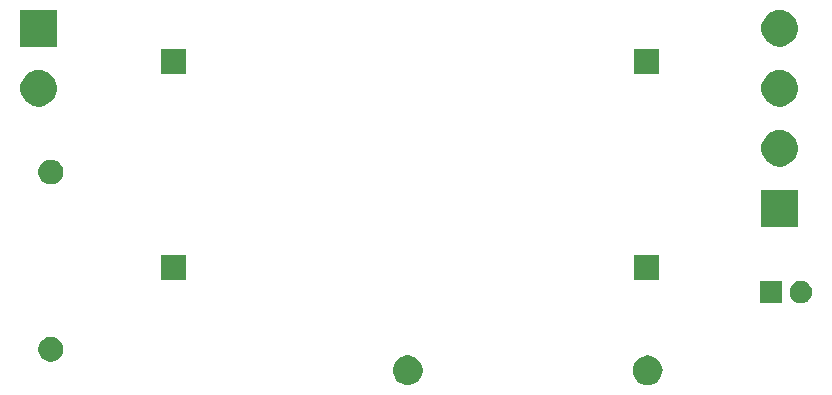
<source format=gbr>
G04 #@! TF.GenerationSoftware,KiCad,Pcbnew,(5.1.2)-2*
G04 #@! TF.CreationDate,2020-09-10T12:30:11+07:00*
G04 #@! TF.ProjectId,power,706f7765-722e-46b6-9963-61645f706362,rev?*
G04 #@! TF.SameCoordinates,Original*
G04 #@! TF.FileFunction,Soldermask,Bot*
G04 #@! TF.FilePolarity,Negative*
%FSLAX46Y46*%
G04 Gerber Fmt 4.6, Leading zero omitted, Abs format (unit mm)*
G04 Created by KiCad (PCBNEW (5.1.2)-2) date 2020-09-10 12:30:11*
%MOMM*%
%LPD*%
G04 APERTURE LIST*
%ADD10C,0.100000*%
G04 APERTURE END LIST*
D10*
G36*
X128126903Y-80331075D02*
G01*
X128227236Y-80372634D01*
X128354571Y-80425378D01*
X128559466Y-80562285D01*
X128733715Y-80736534D01*
X128870622Y-80941429D01*
X128964925Y-81169097D01*
X129013000Y-81410787D01*
X129013000Y-81657213D01*
X128964925Y-81898903D01*
X128870622Y-82126571D01*
X128733715Y-82331466D01*
X128559466Y-82505715D01*
X128354571Y-82642622D01*
X128354570Y-82642623D01*
X128354569Y-82642623D01*
X128126903Y-82736925D01*
X127885214Y-82785000D01*
X127638786Y-82785000D01*
X127397097Y-82736925D01*
X127169431Y-82642623D01*
X127169430Y-82642623D01*
X127169429Y-82642622D01*
X126964534Y-82505715D01*
X126790285Y-82331466D01*
X126653378Y-82126571D01*
X126559075Y-81898903D01*
X126511000Y-81657213D01*
X126511000Y-81410787D01*
X126559075Y-81169097D01*
X126653378Y-80941429D01*
X126790285Y-80736534D01*
X126964534Y-80562285D01*
X127169429Y-80425378D01*
X127296765Y-80372634D01*
X127397097Y-80331075D01*
X127638786Y-80283000D01*
X127885214Y-80283000D01*
X128126903Y-80331075D01*
X128126903Y-80331075D01*
G37*
G36*
X148327239Y-80301101D02*
G01*
X148563053Y-80372634D01*
X148780381Y-80488799D01*
X148970871Y-80645129D01*
X149127201Y-80835619D01*
X149243366Y-81052947D01*
X149314899Y-81288761D01*
X149339053Y-81534000D01*
X149314899Y-81779239D01*
X149243366Y-82015053D01*
X149127201Y-82232381D01*
X148970871Y-82422871D01*
X148780381Y-82579201D01*
X148563053Y-82695366D01*
X148327239Y-82766899D01*
X148143457Y-82785000D01*
X148020543Y-82785000D01*
X147836761Y-82766899D01*
X147600947Y-82695366D01*
X147383619Y-82579201D01*
X147193129Y-82422871D01*
X147036799Y-82232381D01*
X146920634Y-82015053D01*
X146849101Y-81779239D01*
X146824947Y-81534000D01*
X146849101Y-81288761D01*
X146920634Y-81052947D01*
X147036799Y-80835619D01*
X147193129Y-80645129D01*
X147383619Y-80488799D01*
X147600947Y-80372634D01*
X147836761Y-80301101D01*
X148020543Y-80283000D01*
X148143457Y-80283000D01*
X148327239Y-80301101D01*
X148327239Y-80301101D01*
G37*
G36*
X97842564Y-78745389D02*
G01*
X98033833Y-78824615D01*
X98033835Y-78824616D01*
X98205973Y-78939635D01*
X98352365Y-79086027D01*
X98467385Y-79258167D01*
X98546611Y-79449436D01*
X98587000Y-79652484D01*
X98587000Y-79859516D01*
X98546611Y-80062564D01*
X98467385Y-80253833D01*
X98467384Y-80253835D01*
X98352365Y-80425973D01*
X98205973Y-80572365D01*
X98033835Y-80687384D01*
X98033834Y-80687385D01*
X98033833Y-80687385D01*
X97842564Y-80766611D01*
X97639516Y-80807000D01*
X97432484Y-80807000D01*
X97229436Y-80766611D01*
X97038167Y-80687385D01*
X97038166Y-80687385D01*
X97038165Y-80687384D01*
X96866027Y-80572365D01*
X96719635Y-80425973D01*
X96604616Y-80253835D01*
X96604615Y-80253833D01*
X96525389Y-80062564D01*
X96485000Y-79859516D01*
X96485000Y-79652484D01*
X96525389Y-79449436D01*
X96604615Y-79258167D01*
X96719635Y-79086027D01*
X96866027Y-78939635D01*
X97038165Y-78824616D01*
X97038167Y-78824615D01*
X97229436Y-78745389D01*
X97432484Y-78705000D01*
X97639516Y-78705000D01*
X97842564Y-78745389D01*
X97842564Y-78745389D01*
G37*
G36*
X161313395Y-74015546D02*
G01*
X161486466Y-74087234D01*
X161486467Y-74087235D01*
X161642227Y-74191310D01*
X161774690Y-74323773D01*
X161774691Y-74323775D01*
X161878766Y-74479534D01*
X161950454Y-74652605D01*
X161987000Y-74836333D01*
X161987000Y-75023667D01*
X161950454Y-75207395D01*
X161878766Y-75380466D01*
X161878765Y-75380467D01*
X161774690Y-75536227D01*
X161642227Y-75668690D01*
X161563818Y-75721081D01*
X161486466Y-75772766D01*
X161313395Y-75844454D01*
X161129667Y-75881000D01*
X160942333Y-75881000D01*
X160758605Y-75844454D01*
X160585534Y-75772766D01*
X160508182Y-75721081D01*
X160429773Y-75668690D01*
X160297310Y-75536227D01*
X160193235Y-75380467D01*
X160193234Y-75380466D01*
X160121546Y-75207395D01*
X160085000Y-75023667D01*
X160085000Y-74836333D01*
X160121546Y-74652605D01*
X160193234Y-74479534D01*
X160297309Y-74323775D01*
X160297310Y-74323773D01*
X160429773Y-74191310D01*
X160585533Y-74087235D01*
X160585534Y-74087234D01*
X160758605Y-74015546D01*
X160942333Y-73979000D01*
X161129667Y-73979000D01*
X161313395Y-74015546D01*
X161313395Y-74015546D01*
G37*
G36*
X159447000Y-75881000D02*
G01*
X157545000Y-75881000D01*
X157545000Y-73979000D01*
X159447000Y-73979000D01*
X159447000Y-75881000D01*
X159447000Y-75881000D01*
G37*
G36*
X149001000Y-73923000D02*
G01*
X146899000Y-73923000D01*
X146899000Y-71821000D01*
X149001000Y-71821000D01*
X149001000Y-73923000D01*
X149001000Y-73923000D01*
G37*
G36*
X109001000Y-73923000D02*
G01*
X106899000Y-73923000D01*
X106899000Y-71821000D01*
X109001000Y-71821000D01*
X109001000Y-73923000D01*
X109001000Y-73923000D01*
G37*
G36*
X160809000Y-69369000D02*
G01*
X157707000Y-69369000D01*
X157707000Y-66267000D01*
X160809000Y-66267000D01*
X160809000Y-69369000D01*
X160809000Y-69369000D01*
G37*
G36*
X97842564Y-63745389D02*
G01*
X98033833Y-63824615D01*
X98033835Y-63824616D01*
X98205973Y-63939635D01*
X98352365Y-64086027D01*
X98467385Y-64258167D01*
X98546611Y-64449436D01*
X98587000Y-64652484D01*
X98587000Y-64859516D01*
X98546611Y-65062564D01*
X98467385Y-65253833D01*
X98467384Y-65253835D01*
X98352365Y-65425973D01*
X98205973Y-65572365D01*
X98033835Y-65687384D01*
X98033834Y-65687385D01*
X98033833Y-65687385D01*
X97842564Y-65766611D01*
X97639516Y-65807000D01*
X97432484Y-65807000D01*
X97229436Y-65766611D01*
X97038167Y-65687385D01*
X97038166Y-65687385D01*
X97038165Y-65687384D01*
X96866027Y-65572365D01*
X96719635Y-65425973D01*
X96604616Y-65253835D01*
X96604615Y-65253833D01*
X96525389Y-65062564D01*
X96485000Y-64859516D01*
X96485000Y-64652484D01*
X96525389Y-64449436D01*
X96604615Y-64258167D01*
X96719635Y-64086027D01*
X96866027Y-63939635D01*
X97038165Y-63824616D01*
X97038167Y-63824615D01*
X97229436Y-63745389D01*
X97432484Y-63705000D01*
X97639516Y-63705000D01*
X97842564Y-63745389D01*
X97842564Y-63745389D01*
G37*
G36*
X159560585Y-61216802D02*
G01*
X159710410Y-61246604D01*
X159992674Y-61363521D01*
X160246705Y-61533259D01*
X160462741Y-61749295D01*
X160632479Y-62003326D01*
X160749396Y-62285590D01*
X160809000Y-62585240D01*
X160809000Y-62890760D01*
X160749396Y-63190410D01*
X160632479Y-63472674D01*
X160462741Y-63726705D01*
X160246705Y-63942741D01*
X159992674Y-64112479D01*
X159710410Y-64229396D01*
X159565778Y-64258165D01*
X159410761Y-64289000D01*
X159105239Y-64289000D01*
X158950222Y-64258165D01*
X158805590Y-64229396D01*
X158523326Y-64112479D01*
X158269295Y-63942741D01*
X158053259Y-63726705D01*
X157883521Y-63472674D01*
X157766604Y-63190410D01*
X157707000Y-62890760D01*
X157707000Y-62585240D01*
X157766604Y-62285590D01*
X157883521Y-62003326D01*
X158053259Y-61749295D01*
X158269295Y-61533259D01*
X158523326Y-61363521D01*
X158805590Y-61246604D01*
X158955415Y-61216802D01*
X159105239Y-61187000D01*
X159410761Y-61187000D01*
X159560585Y-61216802D01*
X159560585Y-61216802D01*
G37*
G36*
X159560585Y-56136802D02*
G01*
X159710410Y-56166604D01*
X159992674Y-56283521D01*
X160246705Y-56453259D01*
X160462741Y-56669295D01*
X160632479Y-56923326D01*
X160749396Y-57205590D01*
X160809000Y-57505240D01*
X160809000Y-57810760D01*
X160749396Y-58110410D01*
X160632479Y-58392674D01*
X160462741Y-58646705D01*
X160246705Y-58862741D01*
X159992674Y-59032479D01*
X159710410Y-59149396D01*
X159560585Y-59179198D01*
X159410761Y-59209000D01*
X159105239Y-59209000D01*
X158955415Y-59179198D01*
X158805590Y-59149396D01*
X158523326Y-59032479D01*
X158269295Y-58862741D01*
X158053259Y-58646705D01*
X157883521Y-58392674D01*
X157766604Y-58110410D01*
X157707000Y-57810760D01*
X157707000Y-57505240D01*
X157766604Y-57205590D01*
X157883521Y-56923326D01*
X158053259Y-56669295D01*
X158269295Y-56453259D01*
X158523326Y-56283521D01*
X158805590Y-56166604D01*
X158955415Y-56136802D01*
X159105239Y-56107000D01*
X159410761Y-56107000D01*
X159560585Y-56136802D01*
X159560585Y-56136802D01*
G37*
G36*
X96822585Y-56136802D02*
G01*
X96972410Y-56166604D01*
X97254674Y-56283521D01*
X97508705Y-56453259D01*
X97724741Y-56669295D01*
X97894479Y-56923326D01*
X98011396Y-57205590D01*
X98071000Y-57505240D01*
X98071000Y-57810760D01*
X98011396Y-58110410D01*
X97894479Y-58392674D01*
X97724741Y-58646705D01*
X97508705Y-58862741D01*
X97254674Y-59032479D01*
X96972410Y-59149396D01*
X96822585Y-59179198D01*
X96672761Y-59209000D01*
X96367239Y-59209000D01*
X96217415Y-59179198D01*
X96067590Y-59149396D01*
X95785326Y-59032479D01*
X95531295Y-58862741D01*
X95315259Y-58646705D01*
X95145521Y-58392674D01*
X95028604Y-58110410D01*
X94969000Y-57810760D01*
X94969000Y-57505240D01*
X95028604Y-57205590D01*
X95145521Y-56923326D01*
X95315259Y-56669295D01*
X95531295Y-56453259D01*
X95785326Y-56283521D01*
X96067590Y-56166604D01*
X96217415Y-56136802D01*
X96367239Y-56107000D01*
X96672761Y-56107000D01*
X96822585Y-56136802D01*
X96822585Y-56136802D01*
G37*
G36*
X109001000Y-56423000D02*
G01*
X106899000Y-56423000D01*
X106899000Y-54321000D01*
X109001000Y-54321000D01*
X109001000Y-56423000D01*
X109001000Y-56423000D01*
G37*
G36*
X149001000Y-56423000D02*
G01*
X146899000Y-56423000D01*
X146899000Y-54321000D01*
X149001000Y-54321000D01*
X149001000Y-56423000D01*
X149001000Y-56423000D01*
G37*
G36*
X98071000Y-54129000D02*
G01*
X94969000Y-54129000D01*
X94969000Y-51027000D01*
X98071000Y-51027000D01*
X98071000Y-54129000D01*
X98071000Y-54129000D01*
G37*
G36*
X159560585Y-51056802D02*
G01*
X159710410Y-51086604D01*
X159992674Y-51203521D01*
X160246705Y-51373259D01*
X160462741Y-51589295D01*
X160632479Y-51843326D01*
X160749396Y-52125590D01*
X160809000Y-52425240D01*
X160809000Y-52730760D01*
X160749396Y-53030410D01*
X160632479Y-53312674D01*
X160462741Y-53566705D01*
X160246705Y-53782741D01*
X159992674Y-53952479D01*
X159710410Y-54069396D01*
X159560585Y-54099198D01*
X159410761Y-54129000D01*
X159105239Y-54129000D01*
X158955415Y-54099198D01*
X158805590Y-54069396D01*
X158523326Y-53952479D01*
X158269295Y-53782741D01*
X158053259Y-53566705D01*
X157883521Y-53312674D01*
X157766604Y-53030410D01*
X157707000Y-52730760D01*
X157707000Y-52425240D01*
X157766604Y-52125590D01*
X157883521Y-51843326D01*
X158053259Y-51589295D01*
X158269295Y-51373259D01*
X158523326Y-51203521D01*
X158805590Y-51086604D01*
X158955415Y-51056802D01*
X159105239Y-51027000D01*
X159410761Y-51027000D01*
X159560585Y-51056802D01*
X159560585Y-51056802D01*
G37*
M02*

</source>
